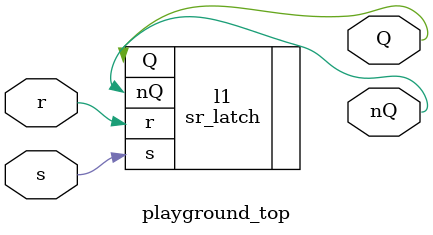
<source format=v>
module playground_top(
input s,
	input r,
	output Q,
	output nQ

);

sr_latch l1(.s(s), .r(r), .Q(Q), .nQ(nQ));
endmodule
</source>
